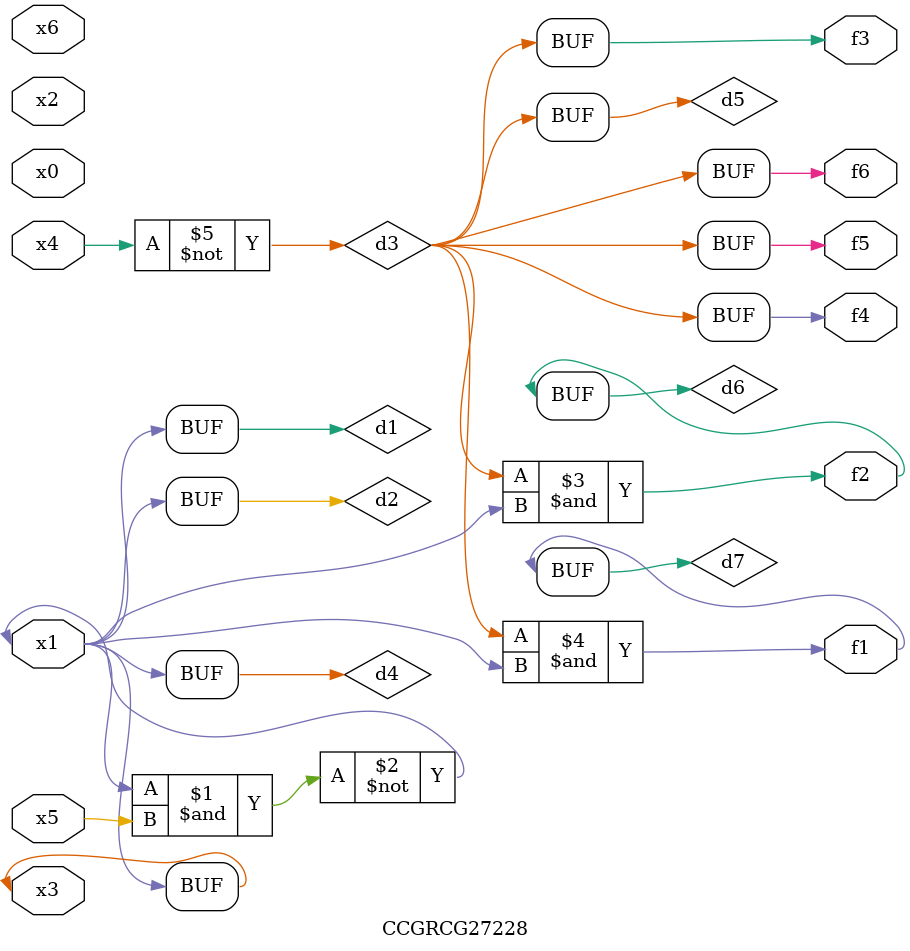
<source format=v>
module CCGRCG27228(
	input x0, x1, x2, x3, x4, x5, x6,
	output f1, f2, f3, f4, f5, f6
);

	wire d1, d2, d3, d4, d5, d6, d7;

	buf (d1, x1, x3);
	nand (d2, x1, x5);
	not (d3, x4);
	buf (d4, d1, d2);
	buf (d5, d3);
	and (d6, d3, d4);
	and (d7, d3, d4);
	assign f1 = d7;
	assign f2 = d6;
	assign f3 = d5;
	assign f4 = d5;
	assign f5 = d5;
	assign f6 = d5;
endmodule

</source>
